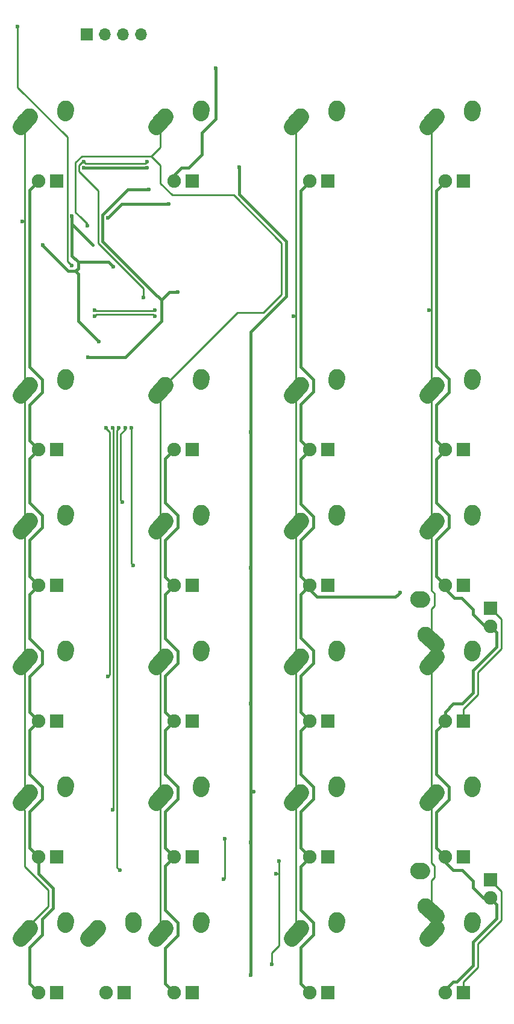
<source format=gtl>
%TF.GenerationSoftware,KiCad,Pcbnew,(5.0.0)*%
%TF.CreationDate,2019-02-04T23:31:24-08:00*%
%TF.ProjectId,Voyager20,566F796167657232302E6B696361645F,rev?*%
%TF.SameCoordinates,Original*%
%TF.FileFunction,Copper,L1,Top,Signal*%
%TF.FilePolarity,Positive*%
%FSLAX46Y46*%
G04 Gerber Fmt 4.6, Leading zero omitted, Abs format (unit mm)*
G04 Created by KiCad (PCBNEW (5.0.0)) date 02/04/19 23:31:24*
%MOMM*%
%LPD*%
G01*
G04 APERTURE LIST*
%ADD10R,1.905000X1.905000*%
%ADD11C,1.905000*%
%ADD12C,2.250000*%
%ADD13C,2.250000*%
%ADD14O,1.700000X1.700000*%
%ADD15R,1.700000X1.700000*%
%ADD16C,0.600000*%
%ADD17C,0.381000*%
%ADD18C,0.254000*%
G04 APERTURE END LIST*
D10*
X86995000Y-101917500D03*
D11*
X84455000Y-101917500D03*
D12*
X83225000Y-92837500D03*
X82570001Y-93567500D03*
D13*
X81915000Y-94297500D02*
X83225002Y-92837500D01*
D12*
X88265000Y-91757500D03*
X88245000Y-92047500D03*
D13*
X88225000Y-92337500D02*
X88265000Y-91757500D01*
D10*
X48895000Y-44767500D03*
D11*
X46355000Y-44767500D03*
D12*
X45125000Y-35687500D03*
X44470001Y-36417500D03*
D13*
X43815000Y-37147500D02*
X45125002Y-35687500D01*
D12*
X50165000Y-34607500D03*
X50145000Y-34897500D03*
D13*
X50125000Y-35187500D02*
X50165000Y-34607500D01*
D10*
X67945000Y-44767500D03*
D11*
X65405000Y-44767500D03*
D12*
X64175000Y-35687500D03*
X63520001Y-36417500D03*
D13*
X62865000Y-37147500D02*
X64175002Y-35687500D01*
D12*
X69215000Y-34607500D03*
X69195000Y-34897500D03*
D13*
X69175000Y-35187500D02*
X69215000Y-34607500D01*
D12*
X88245000Y-34897500D03*
D13*
X88225000Y-35187500D02*
X88265000Y-34607500D01*
D12*
X88265000Y-34607500D03*
X82570001Y-36417500D03*
D13*
X81915000Y-37147500D02*
X83225002Y-35687500D01*
D12*
X83225000Y-35687500D03*
D11*
X84455000Y-44767500D03*
D10*
X86995000Y-44767500D03*
D12*
X107295000Y-34897500D03*
D13*
X107275000Y-35187500D02*
X107315000Y-34607500D01*
D12*
X107315000Y-34607500D03*
X101620001Y-36417500D03*
D13*
X100965000Y-37147500D02*
X102275002Y-35687500D01*
D12*
X102275000Y-35687500D03*
D11*
X103505000Y-44767500D03*
D10*
X106045000Y-44767500D03*
X48895000Y-63817500D03*
D11*
X46355000Y-63817500D03*
D12*
X45125000Y-54737500D03*
X44470001Y-55467500D03*
D13*
X43815000Y-56197500D02*
X45125002Y-54737500D01*
D12*
X50165000Y-53657500D03*
X50145000Y-53947500D03*
D13*
X50125000Y-54237500D02*
X50165000Y-53657500D01*
D12*
X69195000Y-53947500D03*
D13*
X69175000Y-54237500D02*
X69215000Y-53657500D01*
D12*
X69215000Y-53657500D03*
X63520001Y-55467500D03*
D13*
X62865000Y-56197500D02*
X64175002Y-54737500D01*
D12*
X64175000Y-54737500D03*
D11*
X65405000Y-63817500D03*
D10*
X67945000Y-63817500D03*
D12*
X88245000Y-53947500D03*
D13*
X88225000Y-54237500D02*
X88265000Y-53657500D01*
D12*
X88265000Y-53657500D03*
X82570001Y-55467500D03*
D13*
X81915000Y-56197500D02*
X83225002Y-54737500D01*
D12*
X83225000Y-54737500D03*
D11*
X84455000Y-63817500D03*
D10*
X86995000Y-63817500D03*
D12*
X107295000Y-53947500D03*
D13*
X107275000Y-54237500D02*
X107315000Y-53657500D01*
D12*
X107315000Y-53657500D03*
X101620001Y-55467500D03*
D13*
X100965000Y-56197500D02*
X102275002Y-54737500D01*
D12*
X102275000Y-54737500D03*
D11*
X103505000Y-63817500D03*
D10*
X106045000Y-63817500D03*
X48895000Y-82867500D03*
D11*
X46355000Y-82867500D03*
D12*
X45125000Y-73787500D03*
X44470001Y-74517500D03*
D13*
X43815000Y-75247500D02*
X45125002Y-73787500D01*
D12*
X50165000Y-72707500D03*
X50145000Y-72997500D03*
D13*
X50125000Y-73287500D02*
X50165000Y-72707500D01*
D12*
X69195000Y-72997500D03*
D13*
X69175000Y-73287500D02*
X69215000Y-72707500D01*
D12*
X69215000Y-72707500D03*
X63520001Y-74517500D03*
D13*
X62865000Y-75247500D02*
X64175002Y-73787500D01*
D12*
X64175000Y-73787500D03*
D11*
X65405000Y-82867500D03*
D10*
X67945000Y-82867500D03*
X86995000Y-82867500D03*
D11*
X84455000Y-82867500D03*
D12*
X83225000Y-73787500D03*
X82570001Y-74517500D03*
D13*
X81915000Y-75247500D02*
X83225002Y-73787500D01*
D12*
X88265000Y-72707500D03*
X88245000Y-72997500D03*
D13*
X88225000Y-73287500D02*
X88265000Y-72707500D01*
D10*
X106045000Y-82867500D03*
D11*
X103505000Y-82867500D03*
D12*
X102275000Y-73787500D03*
X101620001Y-74517500D03*
D13*
X100965000Y-75247500D02*
X102275002Y-73787500D01*
D12*
X107315000Y-72707500D03*
X107295000Y-72997500D03*
D13*
X107275000Y-73287500D02*
X107315000Y-72707500D01*
D10*
X48895000Y-101917500D03*
D11*
X46355000Y-101917500D03*
D12*
X45125000Y-92837500D03*
X44470001Y-93567500D03*
D13*
X43815000Y-94297500D02*
X45125002Y-92837500D01*
D12*
X50165000Y-91757500D03*
X50145000Y-92047500D03*
D13*
X50125000Y-92337500D02*
X50165000Y-91757500D01*
D12*
X69195000Y-92047500D03*
D13*
X69175000Y-92337500D02*
X69215000Y-91757500D01*
D12*
X69215000Y-91757500D03*
X63520001Y-93567500D03*
D13*
X62865000Y-94297500D02*
X64175002Y-92837500D01*
D12*
X64175000Y-92837500D03*
D11*
X65405000Y-101917500D03*
D10*
X67945000Y-101917500D03*
D12*
X107295000Y-92047500D03*
D13*
X107275000Y-92337500D02*
X107315000Y-91757500D01*
D12*
X107315000Y-91757500D03*
X101620001Y-93567500D03*
D13*
X100965000Y-94297500D02*
X102275002Y-92837500D01*
D12*
X102275000Y-92837500D03*
D11*
X103505000Y-101917500D03*
D10*
X106045000Y-101917500D03*
D12*
X50145000Y-111097500D03*
D13*
X50125000Y-111387500D02*
X50165000Y-110807500D01*
D12*
X50165000Y-110807500D03*
X44470001Y-112617500D03*
D13*
X43815000Y-113347500D02*
X45125002Y-111887500D01*
D12*
X45125000Y-111887500D03*
D11*
X46355000Y-120967500D03*
D10*
X48895000Y-120967500D03*
X67945000Y-120967500D03*
D11*
X65405000Y-120967500D03*
D12*
X64175000Y-111887500D03*
X63520001Y-112617500D03*
D13*
X62865000Y-113347500D02*
X64175002Y-111887500D01*
D12*
X69215000Y-110807500D03*
X69195000Y-111097500D03*
D13*
X69175000Y-111387500D02*
X69215000Y-110807500D01*
D12*
X88245000Y-111097500D03*
D13*
X88225000Y-111387500D02*
X88265000Y-110807500D01*
D12*
X88265000Y-110807500D03*
X82570001Y-112617500D03*
D13*
X81915000Y-113347500D02*
X83225002Y-111887500D01*
D12*
X83225000Y-111887500D03*
D11*
X84455000Y-120967500D03*
D10*
X86995000Y-120967500D03*
X106045000Y-120967500D03*
D11*
X103505000Y-120967500D03*
D12*
X102275000Y-111887500D03*
X101620001Y-112617500D03*
D13*
X100965000Y-113347500D02*
X102275002Y-111887500D01*
D12*
X107315000Y-110807500D03*
X107295000Y-111097500D03*
D13*
X107275000Y-111387500D02*
X107315000Y-110807500D01*
D12*
X99985000Y-65742500D03*
D13*
X100275000Y-65762500D02*
X99695000Y-65722500D01*
D12*
X99695000Y-65722500D03*
X101505000Y-71417499D03*
D13*
X102235000Y-72072500D02*
X100775000Y-70762498D01*
D12*
X100775000Y-70762500D03*
D11*
X109855000Y-69532500D03*
D10*
X109855000Y-66992500D03*
X109855000Y-105092500D03*
D11*
X109855000Y-107632500D03*
D12*
X100775000Y-108862500D03*
X101505000Y-109517499D03*
D13*
X102235000Y-110172500D02*
X100775000Y-108862498D01*
D12*
X99695000Y-103822500D03*
X99985000Y-103842500D03*
D13*
X100275000Y-103862500D02*
X99695000Y-103822500D01*
D12*
X59670000Y-111097500D03*
D13*
X59650000Y-111387500D02*
X59690000Y-110807500D01*
D12*
X59690000Y-110807500D03*
X53995001Y-112617500D03*
D13*
X53340000Y-113347500D02*
X54650002Y-111887500D01*
D12*
X54650000Y-111887500D03*
D11*
X55880000Y-120967500D03*
D10*
X58420000Y-120967500D03*
D12*
X50145000Y2808800D03*
D13*
X50125000Y2518800D02*
X50165000Y3098800D01*
D12*
X50165000Y3098800D03*
X44470001Y1288800D03*
D13*
X43815000Y558800D02*
X45125002Y2018800D01*
D12*
X45125000Y2018800D03*
D11*
X46355000Y-7061200D03*
D10*
X48895000Y-7061200D03*
X67945000Y-7061200D03*
D11*
X65405000Y-7061200D03*
D12*
X64175000Y2018800D03*
X63520001Y1288800D03*
D13*
X62865000Y558800D02*
X64175002Y2018800D01*
D12*
X69215000Y3098800D03*
X69195000Y2808800D03*
D13*
X69175000Y2518800D02*
X69215000Y3098800D01*
D12*
X88245000Y2808800D03*
D13*
X88225000Y2518800D02*
X88265000Y3098800D01*
D12*
X88265000Y3098800D03*
X82570001Y1288800D03*
D13*
X81915000Y558800D02*
X83225002Y2018800D01*
D12*
X83225000Y2018800D03*
D11*
X84455000Y-7061200D03*
D10*
X86995000Y-7061200D03*
X106045000Y-7061200D03*
D11*
X103505000Y-7061200D03*
D12*
X102275000Y2018800D03*
X101620001Y1288800D03*
D13*
X100965000Y558800D02*
X102275002Y2018800D01*
D12*
X107315000Y3098800D03*
X107295000Y2808800D03*
D13*
X107275000Y2518800D02*
X107315000Y3098800D01*
D14*
X60801250Y13493750D03*
X58261250Y13493750D03*
X55721250Y13493750D03*
D15*
X53181250Y13493750D03*
D16*
X56134000Y-12192000D03*
X64643000Y-10287000D03*
X54864000Y-29591000D03*
X46990000Y-16002000D03*
X51054000Y-11938000D03*
X56896000Y-19113500D03*
X65913000Y-22606000D03*
X61849000Y-8255000D03*
X53340000Y-31750000D03*
X97155000Y-64770000D03*
X71247000Y8763000D03*
X59436000Y-41656000D03*
X59690000Y-60960000D03*
X55880000Y-41656000D03*
X56134000Y-76581000D03*
X56769000Y-41656000D03*
X56769000Y-95250000D03*
X44069000Y-12700000D03*
X53213000Y-13335000D03*
X54229000Y-26035000D03*
X62738000Y-26035000D03*
X82169000Y-26035000D03*
X54229000Y-25146000D03*
X62738000Y-25146000D03*
X101219000Y-25146000D03*
X72517000Y-99314000D03*
X72390000Y-105029000D03*
X80137000Y-102489000D03*
X79121000Y-116967000D03*
X57658000Y-41656000D03*
X57785000Y-103759000D03*
X79756000Y-104267000D03*
X61595000Y-5207000D03*
X52705000Y-5207000D03*
X76200000Y-99822000D03*
X76200000Y-80391000D03*
X76200000Y-61341000D03*
X76200000Y-42291000D03*
X74549000Y-5080000D03*
X76200000Y-118491000D03*
X76581000Y-92710000D03*
X51054000Y-18923000D03*
X43434000Y14605000D03*
X52705000Y-4318000D03*
X61595000Y-4318000D03*
X61087000Y-23368000D03*
X58547000Y-41656000D03*
X58166000Y-52070000D03*
D17*
X58039000Y-10287000D02*
X56134000Y-12192000D01*
X64643000Y-10287000D02*
X58039000Y-10287000D01*
X51054000Y-11938000D02*
X51054000Y-13081000D01*
X51054000Y-13081000D02*
X51054000Y-17526000D01*
X51054000Y-17526000D02*
X51943000Y-18415000D01*
X51943000Y-18415000D02*
X51943000Y-19304000D01*
X51054000Y-13081000D02*
X53975000Y-16002000D01*
X51943000Y-18415000D02*
X56197500Y-18415000D01*
X56197500Y-18415000D02*
X56896000Y-19113500D01*
X51943000Y-26670000D02*
X54864000Y-29591000D01*
X51562000Y-19685000D02*
X51943000Y-19304000D01*
X51943000Y-20066000D02*
X51562000Y-19685000D01*
X51943000Y-20828000D02*
X51943000Y-20066000D01*
X51943000Y-20828000D02*
X51943000Y-26670000D01*
X46990000Y-16129000D02*
X50546000Y-19685000D01*
X46990000Y-16002000D02*
X46990000Y-16129000D01*
X50546000Y-19685000D02*
X51562000Y-19685000D01*
X65913000Y-22606000D02*
X65024000Y-22606000D01*
X62484000Y-22606000D02*
X55372000Y-15494000D01*
X55372000Y-15494000D02*
X55372000Y-11811000D01*
X55372000Y-11811000D02*
X58928000Y-8255000D01*
X46355000Y-63817500D02*
X45085000Y-62547500D01*
X45085000Y-62547500D02*
X45085000Y-57404000D01*
X45085000Y-57404000D02*
X46863000Y-55626000D01*
X46863000Y-55626000D02*
X46863000Y-53975000D01*
X46863000Y-53975000D02*
X45085000Y-52197000D01*
X45085000Y-46037500D02*
X46355000Y-44767500D01*
X45085000Y-52197000D02*
X45085000Y-46037500D01*
X46355000Y-101917500D02*
X46355000Y-101854000D01*
X46355000Y-101854000D02*
X45085000Y-100584000D01*
X45085000Y-100584000D02*
X45085000Y-95504000D01*
X45085000Y-95504000D02*
X46863000Y-93726000D01*
X46863000Y-93726000D02*
X46863000Y-92075000D01*
X46863000Y-92075000D02*
X45085000Y-90297000D01*
X45085000Y-84137500D02*
X46355000Y-82867500D01*
X45085000Y-90297000D02*
X45085000Y-84137500D01*
X46355000Y-82867500D02*
X46355000Y-82804000D01*
X46355000Y-82804000D02*
X45085000Y-81534000D01*
X45085000Y-81534000D02*
X45085000Y-76581000D01*
X45085000Y-76581000D02*
X46863000Y-74803000D01*
X46863000Y-74803000D02*
X46863000Y-73025000D01*
X46863000Y-73025000D02*
X45085000Y-71247000D01*
X45085000Y-65087500D02*
X46355000Y-63817500D01*
X45085000Y-71247000D02*
X45085000Y-65087500D01*
X46355000Y-44767500D02*
X46355000Y-44704000D01*
X46355000Y-44704000D02*
X45085000Y-43434000D01*
X45085000Y-43434000D02*
X45085000Y-38481000D01*
X45085000Y-38481000D02*
X46863000Y-36703000D01*
X46863000Y-36703000D02*
X46863000Y-34925000D01*
X46863000Y-34925000D02*
X45085000Y-33147000D01*
X45085000Y-8331200D02*
X46355000Y-7061200D01*
X45085000Y-33147000D02*
X45085000Y-8331200D01*
X65405000Y-120967500D02*
X65405000Y-120904000D01*
X65405000Y-120904000D02*
X64135000Y-119634000D01*
X64135000Y-119634000D02*
X64135000Y-114681000D01*
X64135000Y-114681000D02*
X65913000Y-112903000D01*
X65913000Y-112903000D02*
X65913000Y-111125000D01*
X65913000Y-111125000D02*
X64135000Y-109347000D01*
X64135000Y-103187500D02*
X65405000Y-101917500D01*
X64135000Y-109347000D02*
X64135000Y-103187500D01*
X65405000Y-101917500D02*
X65405000Y-101854000D01*
X65405000Y-101854000D02*
X64135000Y-100584000D01*
X64135000Y-100584000D02*
X64135000Y-95504000D01*
X64135000Y-95504000D02*
X65913000Y-93726000D01*
X65913000Y-93726000D02*
X65913000Y-92075000D01*
X65913000Y-92075000D02*
X64135000Y-90297000D01*
X64135000Y-84137500D02*
X65405000Y-82867500D01*
X64135000Y-90297000D02*
X64135000Y-84137500D01*
X65405000Y-82867500D02*
X65405000Y-82804000D01*
X65405000Y-82804000D02*
X64135000Y-81534000D01*
X64135000Y-81534000D02*
X64135000Y-76454000D01*
X64135000Y-76454000D02*
X65913000Y-74676000D01*
X65913000Y-74676000D02*
X65913000Y-73025000D01*
X65913000Y-73025000D02*
X64135000Y-71247000D01*
X64135000Y-65087500D02*
X65405000Y-63817500D01*
X64135000Y-71247000D02*
X64135000Y-65087500D01*
X65405000Y-63817500D02*
X65341500Y-63817500D01*
X65341500Y-63817500D02*
X64135000Y-62611000D01*
X64135000Y-62611000D02*
X64135000Y-57404000D01*
X64135000Y-57404000D02*
X65913000Y-55626000D01*
X65913000Y-55626000D02*
X65913000Y-53975000D01*
X65913000Y-53975000D02*
X64135000Y-52197000D01*
X64135000Y-46037500D02*
X65405000Y-44767500D01*
X64135000Y-52197000D02*
X64135000Y-46037500D01*
X84455000Y-7061200D02*
X84455000Y-7112000D01*
X84455000Y-7112000D02*
X83185000Y-8382000D01*
X83185000Y-8382000D02*
X83185000Y-33147000D01*
X83185000Y-33147000D02*
X84963000Y-34925000D01*
X84963000Y-34925000D02*
X84963000Y-36576000D01*
X84963000Y-36576000D02*
X83185000Y-38354000D01*
X83185000Y-43497500D02*
X84455000Y-44767500D01*
X83185000Y-38354000D02*
X83185000Y-43497500D01*
X84455000Y-44767500D02*
X84455000Y-44831000D01*
X84455000Y-44831000D02*
X83185000Y-46101000D01*
X83185000Y-46101000D02*
X83185000Y-52324000D01*
X83185000Y-52324000D02*
X84963000Y-54102000D01*
X84963000Y-54102000D02*
X84963000Y-55626000D01*
X84963000Y-55626000D02*
X83185000Y-57404000D01*
X83185000Y-62547500D02*
X84455000Y-63817500D01*
X83185000Y-57404000D02*
X83185000Y-62547500D01*
X84455000Y-63817500D02*
X84391500Y-63817500D01*
X84391500Y-63817500D02*
X83185000Y-65024000D01*
X83185000Y-65024000D02*
X83185000Y-71120000D01*
X83185000Y-71120000D02*
X84963000Y-72898000D01*
X84963000Y-72898000D02*
X84963000Y-74676000D01*
X84963000Y-74676000D02*
X83185000Y-76454000D01*
X83185000Y-81597500D02*
X84455000Y-82867500D01*
X83185000Y-76454000D02*
X83185000Y-81597500D01*
X84455000Y-82867500D02*
X84455000Y-82931000D01*
X84455000Y-82931000D02*
X83185000Y-84201000D01*
X83185000Y-84201000D02*
X83185000Y-90297000D01*
X83185000Y-90297000D02*
X84963000Y-92075000D01*
X84963000Y-92075000D02*
X84963000Y-93726000D01*
X84963000Y-93726000D02*
X83185000Y-95504000D01*
X83185000Y-100647500D02*
X84455000Y-101917500D01*
X83185000Y-95504000D02*
X83185000Y-100647500D01*
X84455000Y-101917500D02*
X84455000Y-101981000D01*
X84455000Y-101981000D02*
X83185000Y-103251000D01*
X83185000Y-103251000D02*
X83185000Y-109347000D01*
X83185000Y-109347000D02*
X84963000Y-111125000D01*
X84963000Y-111125000D02*
X84963000Y-112776000D01*
X84963000Y-112776000D02*
X83185000Y-114554000D01*
X83185000Y-119697500D02*
X84455000Y-120967500D01*
X83185000Y-114554000D02*
X83185000Y-119697500D01*
X103505000Y-7061200D02*
X103505000Y-7112000D01*
X103505000Y-7112000D02*
X102235000Y-8382000D01*
X102235000Y-8382000D02*
X102235000Y-33020000D01*
X102235000Y-33020000D02*
X104013000Y-34798000D01*
X104013000Y-34798000D02*
X104013000Y-36703000D01*
X104013000Y-36703000D02*
X102235000Y-38481000D01*
X102235000Y-43497500D02*
X103505000Y-44767500D01*
X102235000Y-38481000D02*
X102235000Y-43497500D01*
X103505000Y-44767500D02*
X103505000Y-44831000D01*
X103505000Y-44831000D02*
X102235000Y-46101000D01*
X102235000Y-46101000D02*
X102235000Y-52197000D01*
X102235000Y-52197000D02*
X104013000Y-53975000D01*
X104013000Y-53975000D02*
X104013000Y-55626000D01*
X104013000Y-55626000D02*
X102235000Y-57404000D01*
X102235000Y-62547500D02*
X103505000Y-63817500D01*
X102235000Y-57404000D02*
X102235000Y-62547500D01*
X103505000Y-63817500D02*
X103505000Y-64262000D01*
X103505000Y-64262000D02*
X104775000Y-65532000D01*
X104775000Y-65532000D02*
X105791000Y-65532000D01*
X105791000Y-65532000D02*
X107442000Y-67183000D01*
X107442000Y-67183000D02*
X107442000Y-67818000D01*
X109156500Y-69532500D02*
X109855000Y-69532500D01*
X107442000Y-67818000D02*
X109156500Y-69532500D01*
X103505000Y-82867500D02*
X103505000Y-82931000D01*
X103505000Y-82931000D02*
X102235000Y-84201000D01*
X102235000Y-84201000D02*
X102235000Y-90297000D01*
X102235000Y-90297000D02*
X104013000Y-92075000D01*
X104013000Y-92075000D02*
X104013000Y-93853000D01*
X104013000Y-93853000D02*
X102235000Y-95631000D01*
X102235000Y-100647500D02*
X103505000Y-101917500D01*
X102235000Y-95631000D02*
X102235000Y-100647500D01*
X103505000Y-101917500D02*
X103505000Y-102616000D01*
X103505000Y-102616000D02*
X104648000Y-103759000D01*
X104648000Y-103759000D02*
X105918000Y-103759000D01*
X105918000Y-103759000D02*
X107442000Y-105283000D01*
X107442000Y-105283000D02*
X107442000Y-106172000D01*
X108902500Y-107632500D02*
X109855000Y-107632500D01*
X107442000Y-106172000D02*
X108902500Y-107632500D01*
X46355000Y-104267000D02*
X46355000Y-101917500D01*
X48387000Y-106299000D02*
X46355000Y-104267000D01*
X48387000Y-109093000D02*
X48387000Y-106299000D01*
X46355000Y-120904000D02*
X45085000Y-119634000D01*
X46355000Y-120967500D02*
X46355000Y-120904000D01*
X45085000Y-119634000D02*
X45085000Y-114554000D01*
X45085000Y-114554000D02*
X46863000Y-112776000D01*
X46863000Y-112776000D02*
X46863000Y-110617000D01*
X46863000Y-110617000D02*
X48387000Y-109093000D01*
X58928000Y-8255000D02*
X61849000Y-8255000D01*
X103505000Y-120523000D02*
X103505000Y-120967500D01*
X104648000Y-119380000D02*
X103505000Y-120523000D01*
X105156000Y-119380000D02*
X104648000Y-119380000D01*
X109855000Y-107696000D02*
X110744000Y-108585000D01*
X110744000Y-108585000D02*
X110744000Y-110490000D01*
X109855000Y-107632500D02*
X109855000Y-107696000D01*
X110744000Y-110490000D02*
X107442000Y-113792000D01*
X107442000Y-113792000D02*
X107442000Y-117094000D01*
X107442000Y-117094000D02*
X105156000Y-119380000D01*
X110744000Y-70421500D02*
X109855000Y-69532500D01*
X110744000Y-72390000D02*
X110744000Y-70421500D01*
X103505000Y-81534000D02*
X104648000Y-80391000D01*
X103505000Y-82867500D02*
X103505000Y-81534000D01*
X104648000Y-80391000D02*
X105918000Y-80391000D01*
X105918000Y-80391000D02*
X107442000Y-78867000D01*
X107442000Y-78867000D02*
X107442000Y-75692000D01*
X107442000Y-75692000D02*
X110744000Y-72390000D01*
X57150000Y-31750000D02*
X58547000Y-31750000D01*
X53340000Y-31750000D02*
X57150000Y-31750000D01*
X58547000Y-31750000D02*
X63627000Y-26670000D01*
X63627000Y-23749000D02*
X62484000Y-22606000D01*
X63627000Y-26670000D02*
X63627000Y-23749000D01*
X64770000Y-22606000D02*
X63627000Y-23749000D01*
X65024000Y-22606000D02*
X64770000Y-22606000D01*
X96901000Y-65024000D02*
X97155000Y-64770000D01*
X96520000Y-65405000D02*
X96901000Y-65024000D01*
X85471000Y-65405000D02*
X96520000Y-65405000D01*
X84455000Y-64389000D02*
X85471000Y-65405000D01*
X84455000Y-63817500D02*
X84455000Y-64389000D01*
X71247000Y1651000D02*
X71247000Y8763000D01*
X65405000Y-7061200D02*
X65405000Y-6223000D01*
X65405000Y-6223000D02*
X66421000Y-5207000D01*
X66421000Y-5207000D02*
X67437000Y-5207000D01*
X67437000Y-5207000D02*
X69342000Y-3302000D01*
X69342000Y-3302000D02*
X69342000Y-254000D01*
X69342000Y-254000D02*
X71247000Y1651000D01*
D18*
X59436000Y-41656000D02*
X59436000Y-42164000D01*
X59436000Y-42164000D02*
X59436000Y-60706000D01*
X59436000Y-60706000D02*
X59690000Y-60960000D01*
X55880000Y-41656000D02*
X55880000Y-41783000D01*
X55880000Y-41783000D02*
X56388000Y-42291000D01*
X56388000Y-42291000D02*
X56388000Y-76327000D01*
X56388000Y-76327000D02*
X56134000Y-76581000D01*
X56896000Y-95123000D02*
X56769000Y-95250000D01*
X56896000Y-41783000D02*
X56896000Y-95123000D01*
X56769000Y-41656000D02*
X56896000Y-41783000D01*
X44450000Y-76200D02*
X43815000Y558800D01*
X45125000Y-35687500D02*
X44450000Y-35012500D01*
X44450000Y-37782500D02*
X43815000Y-37147500D01*
X43815000Y-94297500D02*
X44450000Y-93662500D01*
X44450000Y-93662500D02*
X44450000Y-37782500D01*
X45125000Y-111466000D02*
X45125000Y-111887500D01*
X43815000Y-94742000D02*
X44450000Y-95377000D01*
X44450000Y-95377000D02*
X44450000Y-103251000D01*
X44450000Y-103251000D02*
X47752000Y-106553000D01*
X43815000Y-94297500D02*
X43815000Y-94742000D01*
X47752000Y-106553000D02*
X47752000Y-108839000D01*
X47752000Y-108839000D02*
X45125000Y-111466000D01*
X44450000Y-11303000D02*
X44450000Y-76200D01*
X44069000Y-12700000D02*
X44450000Y-12700000D01*
X44450000Y-35012500D02*
X44450000Y-12700000D01*
X44450000Y-12700000D02*
X44450000Y-11303000D01*
X63500000Y-7366000D02*
X65151000Y-9017000D01*
X65151000Y-9017000D02*
X73787000Y-9017000D01*
X73787000Y-9017000D02*
X80518000Y-15748000D01*
X80518000Y-15748000D02*
X80518000Y-22987000D01*
X63500000Y-37782500D02*
X62865000Y-37147500D01*
X63500000Y-112712500D02*
X63500000Y-37782500D01*
X62865000Y-113347500D02*
X63500000Y-112712500D01*
X74335500Y-25527000D02*
X64175000Y-35687500D01*
X77978000Y-25527000D02*
X74335500Y-25527000D01*
X80518000Y-22987000D02*
X77978000Y-25527000D01*
X62230000Y-3556000D02*
X63500000Y-2286000D01*
X63500000Y-76200D02*
X62865000Y558800D01*
X63500000Y-2286000D02*
X63500000Y-76200D01*
X63500000Y-4826000D02*
X62230000Y-3556000D01*
X63500000Y-5207000D02*
X63500000Y-4826000D01*
X63500000Y-5207000D02*
X63500000Y-7366000D01*
X51562000Y-11430000D02*
X52197000Y-12065000D01*
X51562000Y-4445000D02*
X51562000Y-11430000D01*
X62230000Y-3556000D02*
X52451000Y-3556000D01*
X52451000Y-3556000D02*
X51562000Y-4445000D01*
X53213000Y-13081000D02*
X52197000Y-12065000D01*
X53213000Y-13335000D02*
X53213000Y-13081000D01*
X82550000Y-76200D02*
X81915000Y558800D01*
X81915000Y-113347500D02*
X82550000Y-112712500D01*
X82296000Y-25908000D02*
X82550000Y-25908000D01*
X82169000Y-26035000D02*
X82296000Y-25908000D01*
X82550000Y-112712500D02*
X82550000Y-25908000D01*
X82550000Y-25908000D02*
X82550000Y-76200D01*
X54483000Y-25781000D02*
X54229000Y-26035000D01*
X62484000Y-25781000D02*
X54483000Y-25781000D01*
X62738000Y-26035000D02*
X62484000Y-25781000D01*
X101600000Y-76200D02*
X100965000Y558800D01*
X100965000Y-56197500D02*
X101600000Y-55562500D01*
X102235000Y-73977500D02*
X100965000Y-75247500D01*
X102235000Y-72072500D02*
X102235000Y-73977500D01*
X102235000Y-112077500D02*
X100965000Y-113347500D01*
X102235000Y-110172500D02*
X102235000Y-112077500D01*
X101600000Y-75882500D02*
X100965000Y-75247500D01*
X101600000Y-108037500D02*
X101600000Y-105156000D01*
X100775000Y-108862500D02*
X101600000Y-108037500D01*
X101981000Y-104775000D02*
X101981000Y-103124000D01*
X101981000Y-103124000D02*
X101600000Y-102743000D01*
X101600000Y-105156000D02*
X101981000Y-104775000D01*
X101600000Y-102743000D02*
X101600000Y-75882500D01*
X102235000Y-72072500D02*
X101600000Y-71437500D01*
X101600000Y-56832500D02*
X100965000Y-56197500D01*
X101600000Y-71437500D02*
X101600000Y-67056000D01*
X101600000Y-67056000D02*
X101981000Y-66675000D01*
X101981000Y-66675000D02*
X101981000Y-64897000D01*
X101981000Y-64897000D02*
X101600000Y-64516000D01*
X101600000Y-64516000D02*
X101600000Y-56832500D01*
X101219000Y-25146000D02*
X101600000Y-25146000D01*
X101600000Y-55562500D02*
X101600000Y-25146000D01*
X101600000Y-25146000D02*
X101600000Y-76200D01*
X62611000Y-25273000D02*
X62738000Y-25146000D01*
X54356000Y-25273000D02*
X62611000Y-25273000D01*
X54229000Y-25146000D02*
X54356000Y-25273000D01*
X72517000Y-99314000D02*
X72517000Y-100838000D01*
X72517000Y-100838000D02*
X72517000Y-104902000D01*
X72517000Y-104902000D02*
X72390000Y-105029000D01*
X80137000Y-111633000D02*
X80137000Y-114300000D01*
X80137000Y-114300000D02*
X79121000Y-115316000D01*
X79121000Y-115316000D02*
X79121000Y-116967000D01*
X80137000Y-102489000D02*
X80137000Y-104267000D01*
X80137000Y-104267000D02*
X80137000Y-111633000D01*
X79756000Y-104267000D02*
X80137000Y-104267000D01*
X57404000Y-103378000D02*
X57785000Y-103759000D01*
X57404000Y-42037000D02*
X57404000Y-103378000D01*
X57658000Y-41783000D02*
X57404000Y-42037000D01*
X57658000Y-41656000D02*
X57658000Y-41783000D01*
D17*
X61595000Y-5207000D02*
X52705000Y-5207000D01*
X76200000Y-99822000D02*
X76200000Y-98933000D01*
X76200000Y-80391000D02*
X76200000Y-61341000D01*
X76200000Y-61341000D02*
X76200000Y-42291000D01*
X76200000Y-42291000D02*
X76200000Y-28194000D01*
X76200000Y-28194000D02*
X81153000Y-23241000D01*
X81153000Y-23241000D02*
X81153000Y-15494000D01*
X81153000Y-15494000D02*
X74549000Y-8890000D01*
X74549000Y-8890000D02*
X74549000Y-5080000D01*
X76200000Y-116840000D02*
X76200000Y-118491000D01*
X76200000Y-99822000D02*
X76200000Y-116840000D01*
X76581000Y-92710000D02*
X76200000Y-92710000D01*
X76200000Y-98933000D02*
X76200000Y-92710000D01*
X76200000Y-92710000D02*
X76200000Y-80391000D01*
D18*
X106045000Y-81153000D02*
X106045000Y-82867500D01*
X108077000Y-79121000D02*
X106045000Y-81153000D01*
X108077000Y-75946000D02*
X108077000Y-79121000D01*
X111379000Y-72644000D02*
X108077000Y-75946000D01*
X109855000Y-66992500D02*
X111379000Y-68516500D01*
X111379000Y-68516500D02*
X111379000Y-72644000D01*
X109855000Y-105092500D02*
X109855000Y-105156000D01*
X109855000Y-105156000D02*
X111379000Y-106680000D01*
X111379000Y-106680000D02*
X111379000Y-110744000D01*
X111379000Y-110744000D02*
X108077000Y-114046000D01*
X108077000Y-114046000D02*
X108077000Y-117348000D01*
X106045000Y-119380000D02*
X106045000Y-120967500D01*
X108077000Y-117348000D02*
X106045000Y-119380000D01*
X50419000Y-18288000D02*
X51054000Y-18923000D01*
X50419000Y-889000D02*
X50419000Y-18288000D01*
X43434000Y14605000D02*
X43434000Y6096000D01*
X43434000Y6096000D02*
X50419000Y-889000D01*
X52705000Y-4318000D02*
X52959000Y-4572000D01*
X52959000Y-4572000D02*
X61341000Y-4572000D01*
X61341000Y-4572000D02*
X61595000Y-4318000D01*
X52578000Y-4318000D02*
X52705000Y-4318000D01*
X61087000Y-22098000D02*
X54737000Y-15748000D01*
X54737000Y-15748000D02*
X54737000Y-8382000D01*
X54737000Y-8382000D02*
X52070000Y-5715000D01*
X61087000Y-23368000D02*
X61087000Y-22098000D01*
X52070000Y-5715000D02*
X52070000Y-4826000D01*
X52070000Y-4826000D02*
X52578000Y-4318000D01*
X58547000Y-41656000D02*
X58547000Y-41910000D01*
X58547000Y-41910000D02*
X57912000Y-42545000D01*
X57912000Y-51816000D02*
X58166000Y-52070000D01*
X57912000Y-42545000D02*
X57912000Y-51816000D01*
M02*

</source>
